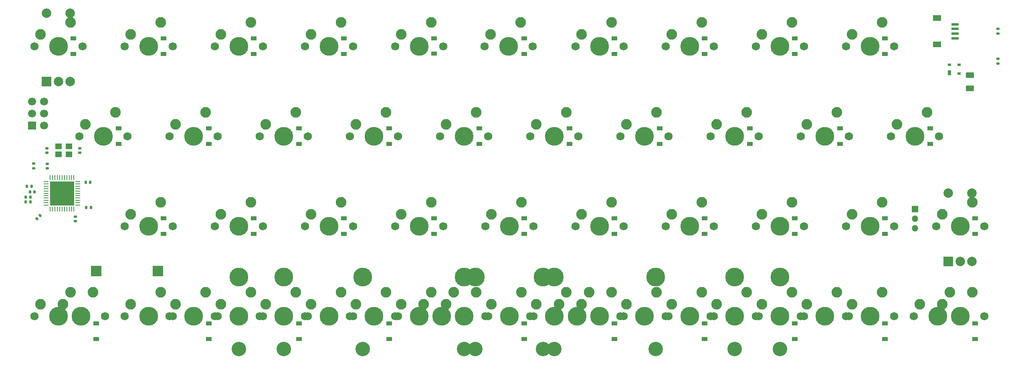
<source format=gbr>
%TF.GenerationSoftware,KiCad,Pcbnew,(6.0.7)*%
%TF.CreationDate,2022-12-27T09:47:00+01:00*%
%TF.ProjectId,Didaktik multilayout,44696461-6b74-4696-9b20-6d756c74696c,rev?*%
%TF.SameCoordinates,Original*%
%TF.FileFunction,Soldermask,Bot*%
%TF.FilePolarity,Negative*%
%FSLAX46Y46*%
G04 Gerber Fmt 4.6, Leading zero omitted, Abs format (unit mm)*
G04 Created by KiCad (PCBNEW (6.0.7)) date 2022-12-27 09:47:00*
%MOMM*%
%LPD*%
G01*
G04 APERTURE LIST*
G04 Aperture macros list*
%AMRoundRect*
0 Rectangle with rounded corners*
0 $1 Rounding radius*
0 $2 $3 $4 $5 $6 $7 $8 $9 X,Y pos of 4 corners*
0 Add a 4 corners polygon primitive as box body*
4,1,4,$2,$3,$4,$5,$6,$7,$8,$9,$2,$3,0*
0 Add four circle primitives for the rounded corners*
1,1,$1+$1,$2,$3*
1,1,$1+$1,$4,$5*
1,1,$1+$1,$6,$7*
1,1,$1+$1,$8,$9*
0 Add four rect primitives between the rounded corners*
20,1,$1+$1,$2,$3,$4,$5,0*
20,1,$1+$1,$4,$5,$6,$7,0*
20,1,$1+$1,$6,$7,$8,$9,0*
20,1,$1+$1,$8,$9,$2,$3,0*%
G04 Aperture macros list end*
%ADD10C,1.750000*%
%ADD11C,3.987800*%
%ADD12C,2.250000*%
%ADD13C,3.048000*%
%ADD14R,2.000000X2.000000*%
%ADD15C,2.000000*%
%ADD16R,1.200000X0.900000*%
%ADD17R,1.350000X1.350000*%
%ADD18O,1.350000X1.350000*%
%ADD19RoundRect,0.140000X0.170000X-0.140000X0.170000X0.140000X-0.170000X0.140000X-0.170000X-0.140000X0*%
%ADD20RoundRect,0.135000X-0.135000X-0.185000X0.135000X-0.185000X0.135000X0.185000X-0.135000X0.185000X0*%
%ADD21R,1.400000X1.200000*%
%ADD22RoundRect,0.062500X-0.475000X-0.062500X0.475000X-0.062500X0.475000X0.062500X-0.475000X0.062500X0*%
%ADD23RoundRect,0.062500X-0.062500X-0.475000X0.062500X-0.475000X0.062500X0.475000X-0.062500X0.475000X0*%
%ADD24R,5.200000X5.200000*%
%ADD25RoundRect,0.250000X-0.625000X0.375000X-0.625000X-0.375000X0.625000X-0.375000X0.625000X0.375000X0*%
%ADD26R,1.800000X1.200000*%
%ADD27R,1.550000X0.600000*%
%ADD28C,1.700000*%
%ADD29R,1.700000X1.700000*%
%ADD30RoundRect,0.140000X-0.170000X0.140000X-0.170000X-0.140000X0.170000X-0.140000X0.170000X0.140000X0*%
%ADD31RoundRect,0.135000X-0.185000X0.135000X-0.185000X-0.135000X0.185000X-0.135000X0.185000X0.135000X0*%
%ADD32RoundRect,0.135000X0.185000X-0.135000X0.185000X0.135000X-0.185000X0.135000X-0.185000X-0.135000X0*%
%ADD33R,0.700000X1.000000*%
%ADD34R,0.700000X0.600000*%
%ADD35RoundRect,0.140000X-0.140000X-0.170000X0.140000X-0.170000X0.140000X0.170000X-0.140000X0.170000X0*%
%ADD36RoundRect,0.140000X0.140000X0.170000X-0.140000X0.170000X-0.140000X-0.170000X0.140000X-0.170000X0*%
%ADD37R,2.300000X2.300000*%
%ADD38RoundRect,0.140000X-0.021213X0.219203X-0.219203X0.021213X0.021213X-0.219203X0.219203X-0.021213X0*%
G04 APERTURE END LIST*
D10*
%TO.C,SW33*%
X83820000Y-98425000D03*
X93980000Y-98425000D03*
D11*
X88900000Y-98425000D03*
D12*
X85090000Y-95885000D03*
X91440000Y-93345000D03*
%TD*%
D11*
%TO.C,SW15*%
X127000000Y-60325000D03*
D10*
X121920000Y-60325000D03*
X132080000Y-60325000D03*
D12*
X123190000Y-57785000D03*
X129540000Y-55245000D03*
%TD*%
D13*
%TO.C,SW36c1*%
X79375000Y-105410000D03*
X193675000Y-105410000D03*
D11*
X79375000Y-90170000D03*
D10*
X131445000Y-98425000D03*
D11*
X193675000Y-90170000D03*
X136525000Y-98425000D03*
D10*
X141605000Y-98425000D03*
D12*
X132715000Y-95885000D03*
X139065000Y-93345000D03*
%TD*%
D11*
%TO.C,SW7*%
X155575000Y-41275000D03*
D10*
X160655000Y-41275000D03*
X150495000Y-41275000D03*
D12*
X151765000Y-38735000D03*
X158115000Y-36195000D03*
%TD*%
D10*
%TO.C,SW27*%
X169545000Y-79375000D03*
X179705000Y-79375000D03*
D11*
X174625000Y-79375000D03*
D12*
X170815000Y-76835000D03*
X177165000Y-74295000D03*
%TD*%
D10*
%TO.C,SW34b1*%
X102870000Y-98425000D03*
D13*
X88900000Y-105410000D03*
D11*
X88900000Y-90170000D03*
X127000000Y-90170000D03*
X107950000Y-98425000D03*
D10*
X113030000Y-98425000D03*
D13*
X127000000Y-105410000D03*
D12*
X104140000Y-95885000D03*
X110490000Y-93345000D03*
%TD*%
D10*
%TO.C,SW14*%
X102870000Y-60325000D03*
D11*
X107950000Y-60325000D03*
D10*
X113030000Y-60325000D03*
D12*
X104140000Y-57785000D03*
X110490000Y-55245000D03*
%TD*%
D11*
%TO.C,SW33a1*%
X79375000Y-98425000D03*
D10*
X74295000Y-98425000D03*
X84455000Y-98425000D03*
D12*
X75565000Y-95885000D03*
X81915000Y-93345000D03*
%TD*%
D10*
%TO.C,SW9*%
X188595000Y-41275000D03*
X198755000Y-41275000D03*
D11*
X193675000Y-41275000D03*
D12*
X189865000Y-38735000D03*
X196215000Y-36195000D03*
%TD*%
D10*
%TO.C,SW29*%
X217805000Y-79375000D03*
X207645000Y-79375000D03*
D11*
X212725000Y-79375000D03*
D12*
X208915000Y-76835000D03*
X215265000Y-74295000D03*
%TD*%
D10*
%TO.C,SW8*%
X179705000Y-41275000D03*
X169545000Y-41275000D03*
D11*
X174625000Y-41275000D03*
D12*
X170815000Y-38735000D03*
X177165000Y-36195000D03*
%TD*%
D13*
%TO.C,SW35b1*%
X105568750Y-105410000D03*
D11*
X105568750Y-90170000D03*
X129381250Y-90170000D03*
X117475000Y-98425000D03*
D10*
X122555000Y-98425000D03*
D13*
X129381250Y-105410000D03*
D10*
X112395000Y-98425000D03*
D12*
X113665000Y-95885000D03*
X120015000Y-93345000D03*
%TD*%
D10*
%TO.C,SW2*%
X55245000Y-41275000D03*
D11*
X60325000Y-41275000D03*
D10*
X65405000Y-41275000D03*
D12*
X56515000Y-38735000D03*
X62865000Y-36195000D03*
%TD*%
D10*
%TO.C,SW34*%
X113030000Y-98425000D03*
X102870000Y-98425000D03*
D11*
X107950000Y-98425000D03*
D12*
X104140000Y-95885000D03*
X110490000Y-93345000D03*
%TD*%
D10*
%TO.C,SW24*%
X112395000Y-79375000D03*
X122555000Y-79375000D03*
D11*
X117475000Y-79375000D03*
D12*
X113665000Y-76835000D03*
X120015000Y-74295000D03*
%TD*%
D10*
%TO.C,SW31*%
X40957500Y-98425000D03*
D11*
X46037500Y-98425000D03*
D10*
X51117500Y-98425000D03*
D12*
X42227500Y-95885000D03*
X48577500Y-93345000D03*
%TD*%
D10*
%TO.C,SW37a1*%
X169545000Y-98425000D03*
X179705000Y-98425000D03*
D11*
X174625000Y-98425000D03*
D12*
X170815000Y-95885000D03*
X177165000Y-93345000D03*
%TD*%
D10*
%TO.C,SW20*%
X227330000Y-60325000D03*
X217170000Y-60325000D03*
D11*
X222250000Y-60325000D03*
D12*
X218440000Y-57785000D03*
X224790000Y-55245000D03*
%TD*%
D11*
%TO.C,SW5*%
X117475000Y-41275000D03*
D10*
X112395000Y-41275000D03*
X122555000Y-41275000D03*
D12*
X113665000Y-38735000D03*
X120015000Y-36195000D03*
%TD*%
D10*
%TO.C,SW40a1*%
X226695000Y-98425000D03*
X236855000Y-98425000D03*
D11*
X231775000Y-98425000D03*
D12*
X227965000Y-95885000D03*
X234315000Y-93345000D03*
%TD*%
D10*
%TO.C,SW35*%
X132080000Y-98425000D03*
D11*
X127000000Y-98425000D03*
D10*
X121920000Y-98425000D03*
D12*
X123190000Y-95885000D03*
X129540000Y-93345000D03*
%TD*%
D10*
%TO.C,SW31a1*%
X36195000Y-98425000D03*
D11*
X41275000Y-98425000D03*
D10*
X46355000Y-98425000D03*
D12*
X37465000Y-95885000D03*
X43815000Y-93345000D03*
%TD*%
D10*
%TO.C,SW38*%
X189230000Y-98425000D03*
D11*
X184150000Y-98425000D03*
D10*
X179070000Y-98425000D03*
D12*
X180340000Y-95885000D03*
X186690000Y-93345000D03*
%TD*%
D11*
%TO.C,SW12*%
X69850000Y-60325000D03*
D10*
X74930000Y-60325000D03*
X64770000Y-60325000D03*
D12*
X66040000Y-57785000D03*
X72390000Y-55245000D03*
%TD*%
D10*
%TO.C,SW22*%
X84455000Y-79375000D03*
X74295000Y-79375000D03*
D11*
X79375000Y-79375000D03*
D12*
X75565000Y-76835000D03*
X81915000Y-74295000D03*
%TD*%
D11*
%TO.C,SW36a1*%
X150812500Y-98425000D03*
D10*
X155892500Y-98425000D03*
X145732500Y-98425000D03*
D12*
X147002500Y-95885000D03*
X153352500Y-93345000D03*
%TD*%
D13*
%TO.C,SW36b1*%
X143668750Y-105410000D03*
D11*
X167481250Y-90170000D03*
X155575000Y-98425000D03*
X143668750Y-90170000D03*
D13*
X167481250Y-105410000D03*
D10*
X150495000Y-98425000D03*
X160655000Y-98425000D03*
D12*
X151765000Y-95885000D03*
X158115000Y-93345000D03*
%TD*%
D11*
%TO.C,SW10*%
X212725000Y-41275000D03*
D10*
X217805000Y-41275000D03*
X207645000Y-41275000D03*
D12*
X208915000Y-38735000D03*
X215265000Y-36195000D03*
%TD*%
D13*
%TO.C,SW35c1*%
X184150000Y-105410000D03*
D11*
X88900000Y-90170000D03*
D13*
X88900000Y-105410000D03*
D11*
X136525000Y-98425000D03*
D10*
X141605000Y-98425000D03*
X131445000Y-98425000D03*
D11*
X184150000Y-90170000D03*
D12*
X132715000Y-95885000D03*
X139065000Y-93345000D03*
%TD*%
D11*
%TO.C,SW6*%
X136398000Y-41275000D03*
D10*
X131318000Y-41275000D03*
X141478000Y-41275000D03*
D12*
X132588000Y-38735000D03*
X138938000Y-36195000D03*
%TD*%
D10*
%TO.C,SW19*%
X198120000Y-60325000D03*
X208280000Y-60325000D03*
D11*
X203200000Y-60325000D03*
D12*
X199390000Y-57785000D03*
X205740000Y-55245000D03*
%TD*%
D10*
%TO.C,SW3*%
X74295000Y-41275000D03*
X84455000Y-41275000D03*
D11*
X79375000Y-41275000D03*
D12*
X75565000Y-38735000D03*
X81915000Y-36195000D03*
%TD*%
D10*
%TO.C,SW17*%
X160020000Y-60325000D03*
D11*
X165100000Y-60325000D03*
D10*
X170180000Y-60325000D03*
D12*
X161290000Y-57785000D03*
X167640000Y-55245000D03*
%TD*%
D10*
%TO.C,SW39*%
X208280000Y-98425000D03*
X198120000Y-98425000D03*
D11*
X203200000Y-98425000D03*
D12*
X199390000Y-95885000D03*
X205740000Y-93345000D03*
%TD*%
D11*
%TO.C,SW11*%
X50800000Y-60325000D03*
D10*
X45720000Y-60325000D03*
X55880000Y-60325000D03*
D12*
X46990000Y-57785000D03*
X53340000Y-55245000D03*
%TD*%
D11*
%TO.C,SW21*%
X60325000Y-79375000D03*
D10*
X65405000Y-79375000D03*
X55245000Y-79375000D03*
D12*
X56515000Y-76835000D03*
X62865000Y-74295000D03*
%TD*%
D11*
%TO.C,SW16*%
X146050000Y-60325000D03*
D10*
X151130000Y-60325000D03*
X140970000Y-60325000D03*
D12*
X142240000Y-57785000D03*
X148590000Y-55245000D03*
%TD*%
D10*
%TO.C,SW18*%
X179070000Y-60325000D03*
D11*
X184150000Y-60325000D03*
D10*
X189230000Y-60325000D03*
D12*
X180340000Y-57785000D03*
X186690000Y-55245000D03*
%TD*%
D14*
%TO.C,SW42*%
X229275000Y-86875000D03*
D15*
X234275000Y-86875000D03*
X231775000Y-86875000D03*
X234275000Y-72375000D03*
X229275000Y-72375000D03*
%TD*%
D11*
%TO.C,SW32a1*%
X60325000Y-98425000D03*
D10*
X65405000Y-98425000D03*
X55245000Y-98425000D03*
D12*
X56515000Y-95885000D03*
X62865000Y-93345000D03*
%TD*%
D13*
%TO.C,SW37b1*%
X184150000Y-105410000D03*
D11*
X146050000Y-90170000D03*
D10*
X160020000Y-98425000D03*
X170180000Y-98425000D03*
D11*
X165100000Y-98425000D03*
X184150000Y-90170000D03*
D13*
X146050000Y-105410000D03*
D12*
X161290000Y-95885000D03*
X167640000Y-93345000D03*
%TD*%
D10*
%TO.C,SW34a1*%
X93345000Y-98425000D03*
X103505000Y-98425000D03*
D11*
X98425000Y-98425000D03*
D12*
X94615000Y-95885000D03*
X100965000Y-93345000D03*
%TD*%
D11*
%TO.C,SW36*%
X146050000Y-98425000D03*
D10*
X140970000Y-98425000D03*
X151130000Y-98425000D03*
D12*
X142240000Y-95885000D03*
X148590000Y-93345000D03*
%TD*%
D11*
%TO.C,SW28*%
X193675000Y-79375000D03*
D10*
X188595000Y-79375000D03*
X198755000Y-79375000D03*
D12*
X189865000Y-76835000D03*
X196215000Y-74295000D03*
%TD*%
D11*
%TO.C,SW1*%
X41275000Y-41275000D03*
D10*
X36195000Y-41275000D03*
X46355000Y-41275000D03*
D12*
X37465000Y-38735000D03*
X43815000Y-36195000D03*
%TD*%
D10*
%TO.C,SW40*%
X232092500Y-98425000D03*
D11*
X227012500Y-98425000D03*
D10*
X221932500Y-98425000D03*
D12*
X223202500Y-95885000D03*
X229552500Y-93345000D03*
%TD*%
D11*
%TO.C,SW39a1*%
X212725000Y-98425000D03*
D10*
X207645000Y-98425000D03*
X217805000Y-98425000D03*
D12*
X208915000Y-95885000D03*
X215265000Y-93345000D03*
%TD*%
D10*
%TO.C,SW37*%
X170180000Y-98425000D03*
D11*
X165100000Y-98425000D03*
D10*
X160020000Y-98425000D03*
D12*
X161290000Y-95885000D03*
X167640000Y-93345000D03*
%TD*%
D11*
%TO.C,SW4*%
X98425000Y-41275000D03*
D10*
X93345000Y-41275000D03*
X103505000Y-41275000D03*
D12*
X94615000Y-38735000D03*
X100965000Y-36195000D03*
%TD*%
D10*
%TO.C,SW35a1*%
X117157500Y-98425000D03*
X127317500Y-98425000D03*
D11*
X122237500Y-98425000D03*
D12*
X118427500Y-95885000D03*
X124777500Y-93345000D03*
%TD*%
D10*
%TO.C,SW32*%
X74930000Y-98425000D03*
X64770000Y-98425000D03*
D11*
X69850000Y-98425000D03*
D12*
X66040000Y-95885000D03*
X72390000Y-93345000D03*
%TD*%
D10*
%TO.C,SW26*%
X160655000Y-79375000D03*
D11*
X155575000Y-79375000D03*
D10*
X150495000Y-79375000D03*
D12*
X151765000Y-76835000D03*
X158115000Y-74295000D03*
%TD*%
D11*
%TO.C,SW30*%
X231775000Y-79375000D03*
D10*
X226695000Y-79375000D03*
X236855000Y-79375000D03*
D12*
X227965000Y-76835000D03*
X234315000Y-74295000D03*
%TD*%
D11*
%TO.C,SW38a1*%
X193675000Y-98425000D03*
D10*
X198755000Y-98425000D03*
X188595000Y-98425000D03*
D12*
X189865000Y-95885000D03*
X196215000Y-93345000D03*
%TD*%
D11*
%TO.C,SW13*%
X88900000Y-60325000D03*
D10*
X83820000Y-60325000D03*
X93980000Y-60325000D03*
D12*
X85090000Y-57785000D03*
X91440000Y-55245000D03*
%TD*%
D14*
%TO.C,SW41*%
X38775000Y-48775000D03*
D15*
X43775000Y-48775000D03*
X41275000Y-48775000D03*
X43775000Y-34275000D03*
X38775000Y-34275000D03*
%TD*%
D10*
%TO.C,SW25*%
X131445000Y-79375000D03*
D11*
X136525000Y-79375000D03*
D10*
X141605000Y-79375000D03*
D12*
X132715000Y-76835000D03*
X139065000Y-74295000D03*
%TD*%
D11*
%TO.C,SW23*%
X98425000Y-79375000D03*
D10*
X103505000Y-79375000D03*
X93345000Y-79375000D03*
D12*
X94615000Y-76835000D03*
X100965000Y-74295000D03*
%TD*%
D16*
%TO.C,D29*%
X177800000Y-103250000D03*
X177800000Y-99950000D03*
%TD*%
D17*
%TO.C,J3*%
X222250000Y-75787500D03*
D18*
X222250000Y-77787500D03*
X222250000Y-79787500D03*
%TD*%
D16*
%TO.C,D6*%
X73025000Y-61975000D03*
X73025000Y-58675000D03*
%TD*%
D19*
%TO.C,C1*%
X38925500Y-67119250D03*
X38925500Y-66159250D03*
%TD*%
D16*
%TO.C,D14*%
X111125000Y-61975000D03*
X111125000Y-58675000D03*
%TD*%
%TO.C,D40*%
X234950000Y-81025000D03*
X234950000Y-77725000D03*
%TD*%
%TO.C,D8*%
X73025000Y-103250000D03*
X73025000Y-99950000D03*
%TD*%
%TO.C,D3*%
X63500000Y-81025000D03*
X63500000Y-77725000D03*
%TD*%
%TO.C,D36*%
X215900000Y-81025000D03*
X215900000Y-77725000D03*
%TD*%
%TO.C,D32*%
X196850000Y-81025000D03*
X196850000Y-77725000D03*
%TD*%
D19*
%TO.C,C4*%
X38798500Y-63817250D03*
X38798500Y-62857250D03*
%TD*%
D16*
%TO.C,D1*%
X44450000Y-42925000D03*
X44450000Y-39625000D03*
%TD*%
D20*
%TO.C,R4*%
X47115000Y-75438000D03*
X48135000Y-75438000D03*
%TD*%
D21*
%TO.C,Y1*%
X43454500Y-64187250D03*
X41254500Y-64187250D03*
X41254500Y-62487250D03*
X43454500Y-62487250D03*
%TD*%
D16*
%TO.C,D15*%
X120650000Y-81025000D03*
X120650000Y-77725000D03*
%TD*%
D22*
%TO.C,U1*%
X38699500Y-74917750D03*
X38699500Y-74417750D03*
X38699500Y-73917750D03*
X38699500Y-73417750D03*
X38699500Y-72917750D03*
X38699500Y-72417750D03*
X38699500Y-71917750D03*
X38699500Y-71417750D03*
X38699500Y-70917750D03*
X38699500Y-70417750D03*
X38699500Y-69917750D03*
D23*
X39537000Y-69080250D03*
X40037000Y-69080250D03*
X40537000Y-69080250D03*
X41037000Y-69080250D03*
X41537000Y-69080250D03*
X42037000Y-69080250D03*
X42537000Y-69080250D03*
X43037000Y-69080250D03*
X43537000Y-69080250D03*
X44037000Y-69080250D03*
X44537000Y-69080250D03*
D22*
X45374500Y-69917750D03*
X45374500Y-70417750D03*
X45374500Y-70917750D03*
X45374500Y-71417750D03*
X45374500Y-71917750D03*
X45374500Y-72417750D03*
X45374500Y-72917750D03*
X45374500Y-73417750D03*
X45374500Y-73917750D03*
X45374500Y-74417750D03*
X45374500Y-74917750D03*
D23*
X44537000Y-75755250D03*
X44037000Y-75755250D03*
X43537000Y-75755250D03*
X43037000Y-75755250D03*
X42537000Y-75755250D03*
X42037000Y-75755250D03*
X41537000Y-75755250D03*
X41037000Y-75755250D03*
X40537000Y-75755250D03*
X40037000Y-75755250D03*
X39537000Y-75755250D03*
D24*
X42037000Y-72417750D03*
%TD*%
D16*
%TO.C,D34*%
X196850000Y-42925000D03*
X196850000Y-39625000D03*
%TD*%
%TO.C,D23*%
X158750000Y-81025000D03*
X158750000Y-77725000D03*
%TD*%
%TO.C,D21*%
X139700000Y-42925000D03*
X139700000Y-39625000D03*
%TD*%
%TO.C,D39*%
X225425000Y-61975000D03*
X225425000Y-58675000D03*
%TD*%
%TO.C,D30*%
X177800000Y-42925000D03*
X177800000Y-39625000D03*
%TD*%
%TO.C,D41*%
X234950000Y-103250000D03*
X234950000Y-99950000D03*
%TD*%
%TO.C,D20*%
X139700000Y-103250000D03*
X139700000Y-99950000D03*
%TD*%
%TO.C,D24*%
X158750000Y-103250000D03*
X158750000Y-99950000D03*
%TD*%
D25*
%TO.C,F1*%
X233807000Y-47368000D03*
X233807000Y-50168000D03*
%TD*%
D16*
%TO.C,D26*%
X158750000Y-42925000D03*
X158750000Y-39625000D03*
%TD*%
%TO.C,D22*%
X149225000Y-61975000D03*
X149225000Y-58675000D03*
%TD*%
D26*
%TO.C,J1*%
X226850000Y-35300000D03*
X226850000Y-40900000D03*
D27*
X230725000Y-39600000D03*
X230725000Y-38600000D03*
X230725000Y-37600000D03*
X230725000Y-36600000D03*
%TD*%
D16*
%TO.C,D13*%
X101600000Y-42925000D03*
X101600000Y-39625000D03*
%TD*%
D28*
%TO.C,J2*%
X38227000Y-52959000D03*
X35687000Y-52959000D03*
X38227000Y-55499000D03*
X35687000Y-55499000D03*
X38227000Y-58039000D03*
D29*
X35687000Y-58039000D03*
%TD*%
D30*
%TO.C,C3*%
X45783500Y-62857250D03*
X45783500Y-63817250D03*
%TD*%
D16*
%TO.C,D7*%
X82550000Y-81025000D03*
X82550000Y-77725000D03*
%TD*%
%TO.C,D4*%
X49212500Y-103250000D03*
X49212500Y-99950000D03*
%TD*%
D20*
%TO.C,R2*%
X34351500Y-73243250D03*
X35371500Y-73243250D03*
%TD*%
D16*
%TO.C,D38*%
X215900000Y-42925000D03*
X215900000Y-39625000D03*
%TD*%
D31*
%TO.C,R3*%
X36068000Y-66065750D03*
X36068000Y-67085750D03*
%TD*%
D16*
%TO.C,D31*%
X187325000Y-61975000D03*
X187325000Y-58675000D03*
%TD*%
%TO.C,D2*%
X53975000Y-61975000D03*
X53975000Y-58675000D03*
%TD*%
%TO.C,D9*%
X82550000Y-42925000D03*
X82550000Y-39625000D03*
%TD*%
%TO.C,D12*%
X92075000Y-103250000D03*
X92075000Y-99950000D03*
%TD*%
%TO.C,D35*%
X206375000Y-61975000D03*
X206375000Y-58675000D03*
%TD*%
D32*
%TO.C,R9*%
X239769074Y-38610000D03*
X239769074Y-37590000D03*
%TD*%
D16*
%TO.C,D33*%
X196850000Y-103250000D03*
X196850000Y-99950000D03*
%TD*%
%TO.C,D17*%
X120650000Y-42862500D03*
X120650000Y-39562500D03*
%TD*%
%TO.C,D27*%
X168275000Y-61975000D03*
X168275000Y-58675000D03*
%TD*%
D33*
%TO.C,D25*%
X229505000Y-46851000D03*
D34*
X229505000Y-45151000D03*
X231505000Y-45151000D03*
X231505000Y-47051000D03*
%TD*%
D16*
%TO.C,D16*%
X111125000Y-103250000D03*
X111125000Y-99950000D03*
%TD*%
%TO.C,D28*%
X177800000Y-81025000D03*
X177800000Y-77725000D03*
%TD*%
%TO.C,D18*%
X130175000Y-61975000D03*
X130175000Y-58675000D03*
%TD*%
D32*
%TO.C,R8*%
X239712500Y-44960000D03*
X239712500Y-43940000D03*
%TD*%
D16*
%TO.C,D5*%
X63500000Y-42925000D03*
X63500000Y-39625000D03*
%TD*%
%TO.C,D19*%
X139700000Y-81025000D03*
X139700000Y-77725000D03*
%TD*%
D35*
%TO.C,C5*%
X47018000Y-70104000D03*
X47978000Y-70104000D03*
%TD*%
D16*
%TO.C,D10*%
X92075000Y-61975000D03*
X92075000Y-58675000D03*
%TD*%
D20*
%TO.C,R1*%
X34351500Y-74259250D03*
X35371500Y-74259250D03*
%TD*%
D30*
%TO.C,C7*%
X44831000Y-77371000D03*
X44831000Y-78331000D03*
%TD*%
D36*
%TO.C,C6*%
X36230500Y-72100250D03*
X35270500Y-72100250D03*
%TD*%
D37*
%TO.C,LS1*%
X62253000Y-88900000D03*
X49253000Y-88900000D03*
%TD*%
D16*
%TO.C,D37*%
X215900000Y-103250000D03*
X215900000Y-99950000D03*
%TD*%
D38*
%TO.C,C2*%
X37359911Y-77094839D03*
X36681089Y-77773661D03*
%TD*%
D36*
%TO.C,C8*%
X35595500Y-70957250D03*
X34635500Y-70957250D03*
%TD*%
D16*
%TO.C,D11*%
X101600000Y-81025000D03*
X101600000Y-77725000D03*
%TD*%
M02*

</source>
